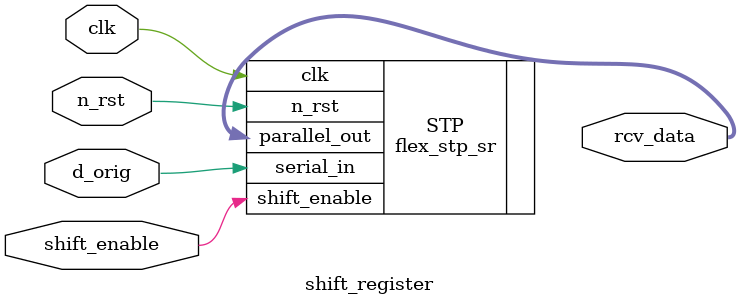
<source format=sv>
module shift_register
(
	input wire clk,
	input wire n_rst,
	input wire shift_enable,
	input wire d_orig,
	output reg [7:0] rcv_data
);

flex_stp_sr  #(
    .SHIFT_MSB(0),
    .NUM_BITS(8)
    )
  STP(
    .clk(clk),
    .n_rst(n_rst),
    .serial_in(d_orig),
    .shift_enable(shift_enable),
    .parallel_out(rcv_data)
  );

endmodule

</source>
